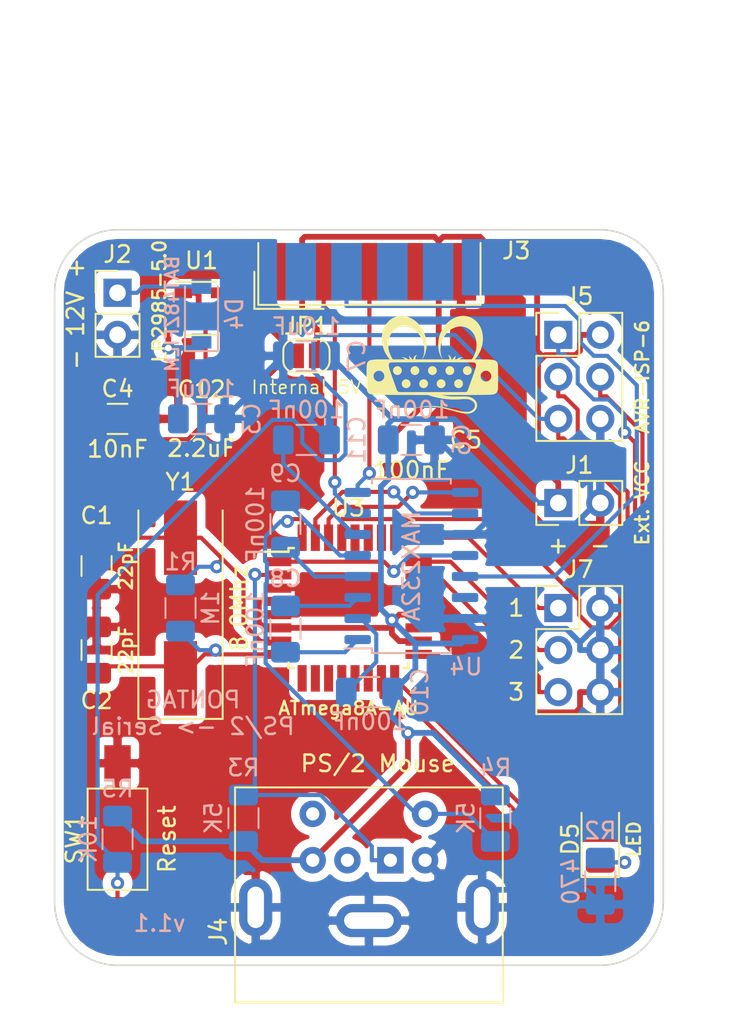
<source format=kicad_pcb>
(kicad_pcb (version 20171130) (host pcbnew 5.1.10-1.fc34)
  (layers (0 F.Cu signal) (31 B.Cu signal) (34 B.Paste user) (35 F.Paste user) (36 B.SilkS user) (37 F.SilkS user) (38 B.Mask user) (39 F.Mask user) (44 Edge.Cuts user))
  (net 0 "")
  (net 1 /XTAL1)
  (net 2 GND)
  (net 3 /XTAL2)
  (net 4 +12V)
  (net 5 "Net-(C4-Pad1)")
  (net 6 VCC)
  (net 7 "Net-(C8-Pad2)")
  (net 8 "Net-(C8-Pad1)")
  (net 9 "Net-(C9-Pad2)")
  (net 10 "Net-(C9-Pad1)")
  (net 11 "Net-(C10-Pad1)")
  (net 12 "Net-(C11-Pad1)")
  (net 13 "Net-(D4-Pad2)")
  (net 14 /SCK)
  (net 15 "Net-(D5-Pad1)")
  (net 16 /RS232-RTS)
  (net 17 /RS232-TX)
  (net 18 /RS232-RX)
  (net 19 /PS2-CLOCK)
  (net 20 /PS2-DATA)
  (net 21 /RESET)
  (net 22 /MOSI)
  (net 23 /MISO)
  (net 24 "Net-(J7-Pad5)")
  (net 25 "Net-(J7-Pad3)")
  (net 26 "Net-(J7-Pad1)")
  (net 27 /TTL-TX)
  (net 28 /TTL-RX)
  (net 29 /TTL-CTS)
  (net 30 /REG_5V)
  (module Connector_PinHeader_2.54mm:PinHeader_2x03_P2.54mm_Vertical (layer F.Cu) (at 93.98 119.38)
    (fp_text reference J7 (at 1.27 -2.33) (layer F.SilkS))
    (fp_text value Extra)
    (pad 6 thru_hole oval (at 2.54 5.08) (size 1.7 1.7) (drill 1) (layers *.Cu *.Mask) (net 2 GND))
    (pad 5 thru_hole oval (at 0 5.08) (size 1.7 1.7) (drill 1) (layers *.Cu *.Mask) (net 24 "Net-(J7-Pad5)"))
    (pad 4 thru_hole oval (at 2.54 2.54) (size 1.7 1.7) (drill 1) (layers *.Cu *.Mask) (net 2 GND))
    (pad 3 thru_hole oval (at 0 2.54) (size 1.7 1.7) (drill 1) (layers *.Cu *.Mask) (net 25 "Net-(J7-Pad3)"))
    (pad 2 thru_hole oval (at 2.54 0) (size 1.7 1.7) (drill 1) (layers *.Cu *.Mask) (net 2 GND))
    (pad 1 thru_hole rect (at 0 0) (size 1.7 1.7) (drill 1) (layers *.Cu *.Mask) (net 26 "Net-(J7-Pad1)"))
  )
  (module extra:logo (layer F.Cu) (at 86.36 104.68)
    (fp_text reference G*** hide)
    (fp_text value LOGO hide)
  )
  (module Connector_PinHeader_2.54mm:PinHeader_2x03_P2.54mm_Vertical (layer F.Cu) (at 93.98 102.87)
    (fp_text reference J5 (at 1.27 -2.33) (layer F.SilkS))
    (fp_text value AVR-ISP-6 (at 5.08 2.54 90) (layer F.SilkS) (effects (font (size 0.8 0.8))))
    (pad 6 thru_hole oval (at 2.54 5.08) (size 1.7 1.7) (drill 1) (layers *.Cu *.Mask) (net 2 GND))
    (pad 5 thru_hole oval (at 0 5.08) (size 1.7 1.7) (drill 1) (layers *.Cu *.Mask) (net 21 /RESET))
    (pad 4 thru_hole oval (at 2.54 2.54) (size 1.7 1.7) (drill 1) (layers *.Cu *.Mask) (net 22 /MOSI))
    (pad 3 thru_hole oval (at 0 2.54) (size 1.7 1.7) (drill 1) (layers *.Cu *.Mask) (net 14 /SCK))
    (pad 2 thru_hole oval (at 2.54 0) (size 1.7 1.7) (drill 1) (layers *.Cu *.Mask) (net 6 VCC))
    (pad 1 thru_hole rect (at 0 0) (size 1.7 1.7) (drill 1) (layers *.Cu *.Mask) (net 23 /MISO))
  )
  (module Crystal:Crystal_SMD_HC49-SD (layer F.Cu) (at 71.12 119.38 90)
    (fp_text reference Y1 (at 7.62 0) (layer F.SilkS))
    (fp_text value 8.0Mhz (at 0 3.55 90) (layer F.SilkS))
    (pad 2 smd rect (at 4.25 0 90) (size 4.5 2) (layers F.Cu F.Paste F.Mask) (net 1 /XTAL1))
    (pad 1 smd rect (at -4.25 0 90) (size 4.5 2) (layers F.Cu F.Paste F.Mask) (net 3 /XTAL2))
  )
  (module Package_SO:SOIC-16_4.55x10.3mm_P1.27mm (layer B.Cu) (at 85.09 116.84)
    (fp_text reference U4 (at 3.302 6.096) (layer B.SilkS) (effects (justify mirror)))
    (fp_text value MAX232A (at 0 0 90) (layer B.SilkS) (effects (justify mirror)))
    (pad 16 smd roundrect (at 3.25 4.445) (size 1.6 0.55) (layers B.Cu B.Paste B.Mask) (net 6 VCC))
    (pad 15 smd roundrect (at 3.25 3.175) (size 1.6 0.55) (layers B.Cu B.Paste B.Mask) (net 2 GND))
    (pad 14 smd roundrect (at 3.25 1.905) (size 1.6 0.55) (layers B.Cu B.Paste B.Mask))
    (pad 13 smd roundrect (at 3.25 0.635) (size 1.6 0.55) (layers B.Cu B.Paste B.Mask) (net 16 /RS232-RTS))
    (pad 12 smd roundrect (at 3.25 -0.635) (size 1.6 0.55) (layers B.Cu B.Paste B.Mask) (net 29 /TTL-CTS))
    (pad 11 smd roundrect (at 3.25 -1.905) (size 1.6 0.55) (layers B.Cu B.Paste B.Mask) (net 2 GND))
    (pad 10 smd roundrect (at 3.25 -3.175) (size 1.6 0.55) (layers B.Cu B.Paste B.Mask) (net 27 /TTL-TX))
    (pad 9 smd roundrect (at 3.25 -4.445) (size 1.6 0.55) (layers B.Cu B.Paste B.Mask) (net 28 /TTL-RX))
    (pad 8 smd roundrect (at -3.25 -4.445) (size 1.6 0.55) (layers B.Cu B.Paste B.Mask) (net 17 /RS232-TX))
    (pad 7 smd roundrect (at -3.25 -3.175) (size 1.6 0.55) (layers B.Cu B.Paste B.Mask) (net 18 /RS232-RX))
    (pad 6 smd roundrect (at -3.25 -1.905) (size 1.6 0.55) (layers B.Cu B.Paste B.Mask) (net 12 "Net-(C11-Pad1)"))
    (pad 5 smd roundrect (at -3.25 -0.635) (size 1.6 0.55) (layers B.Cu B.Paste B.Mask) (net 9 "Net-(C9-Pad2)"))
    (pad 4 smd roundrect (at -3.25 0.635) (size 1.6 0.55) (layers B.Cu B.Paste B.Mask) (net 10 "Net-(C9-Pad1)"))
    (pad 3 smd roundrect (at -3.25 1.905) (size 1.6 0.55) (layers B.Cu B.Paste B.Mask) (net 7 "Net-(C8-Pad2)"))
    (pad 2 smd roundrect (at -3.25 3.175) (size 1.6 0.55) (layers B.Cu B.Paste B.Mask) (net 11 "Net-(C10-Pad1)"))
    (pad 1 smd roundrect (at -3.25 4.445) (size 1.6 0.55) (layers B.Cu B.Paste B.Mask) (net 8 "Net-(C8-Pad1)"))
  )
  (module Package_QFP:TQFP-32_7x7mm_P0.8mm (layer F.Cu) (at 81.28 119.38)
    (fp_text reference U3 (at 0 -6.05) (layer F.SilkS))
    (fp_text value ATmega8A-AU (at 0 6.05) (layer F.SilkS) (effects (font (size 0.8 0.8))))
    (pad 32 smd rect (at -2.8 -4.25 90) (size 1.6 0.55) (layers F.Cu F.Paste F.Mask) (net 19 /PS2-CLOCK))
    (pad 31 smd rect (at -2 -4.25 90) (size 1.6 0.55) (layers F.Cu F.Paste F.Mask) (net 27 /TTL-TX))
    (pad 30 smd rect (at -1.2 -4.25 90) (size 1.6 0.55) (layers F.Cu F.Paste F.Mask) (net 28 /TTL-RX))
    (pad 29 smd rect (at -0.4 -4.25 90) (size 1.6 0.55) (layers F.Cu F.Paste F.Mask) (net 21 /RESET))
    (pad 28 smd rect (at 0.4 -4.25 90) (size 1.6 0.55) (layers F.Cu F.Paste F.Mask))
    (pad 27 smd rect (at 1.2 -4.25 90) (size 1.6 0.55) (layers F.Cu F.Paste F.Mask))
    (pad 26 smd rect (at 2 -4.25 90) (size 1.6 0.55) (layers F.Cu F.Paste F.Mask))
    (pad 25 smd rect (at 2.8 -4.25 90) (size 1.6 0.55) (layers F.Cu F.Paste F.Mask) (net 26 "Net-(J7-Pad1)"))
    (pad 24 smd rect (at 4.25 -2.8) (size 1.6 0.55) (layers F.Cu F.Paste F.Mask) (net 25 "Net-(J7-Pad3)"))
    (pad 23 smd rect (at 4.25 -2) (size 1.6 0.55) (layers F.Cu F.Paste F.Mask) (net 24 "Net-(J7-Pad5)"))
    (pad 22 smd rect (at 4.25 -1.2) (size 1.6 0.55) (layers F.Cu F.Paste F.Mask) (net 2 GND))
    (pad 21 smd rect (at 4.25 -0.4) (size 1.6 0.55) (layers F.Cu F.Paste F.Mask) (net 2 GND))
    (pad 20 smd rect (at 4.25 0.4) (size 1.6 0.55) (layers F.Cu F.Paste F.Mask) (net 6 VCC))
    (pad 19 smd rect (at 4.25 1.2) (size 1.6 0.55) (layers F.Cu F.Paste F.Mask) (net 2 GND))
    (pad 18 smd rect (at 4.25 2) (size 1.6 0.55) (layers F.Cu F.Paste F.Mask) (net 6 VCC))
    (pad 17 smd rect (at 4.25 2.8) (size 1.6 0.55) (layers F.Cu F.Paste F.Mask) (net 14 /SCK))
    (pad 16 smd rect (at 2.8 4.25 90) (size 1.6 0.55) (layers F.Cu F.Paste F.Mask) (net 23 /MISO))
    (pad 15 smd rect (at 2 4.25 90) (size 1.6 0.55) (layers F.Cu F.Paste F.Mask) (net 22 /MOSI))
    (pad 14 smd rect (at 1.2 4.25 90) (size 1.6 0.55) (layers F.Cu F.Paste F.Mask))
    (pad 13 smd rect (at 0.4 4.25 90) (size 1.6 0.55) (layers F.Cu F.Paste F.Mask))
    (pad 12 smd rect (at -0.4 4.25 90) (size 1.6 0.55) (layers F.Cu F.Paste F.Mask))
    (pad 11 smd rect (at -1.2 4.25 90) (size 1.6 0.55) (layers F.Cu F.Paste F.Mask))
    (pad 10 smd rect (at -2 4.25 90) (size 1.6 0.55) (layers F.Cu F.Paste F.Mask))
    (pad 9 smd rect (at -2.8 4.25 90) (size 1.6 0.55) (layers F.Cu F.Paste F.Mask))
    (pad 8 smd rect (at -4.25 2.8) (size 1.6 0.55) (layers F.Cu F.Paste F.Mask) (net 3 /XTAL2))
    (pad 7 smd rect (at -4.25 2) (size 1.6 0.55) (layers F.Cu F.Paste F.Mask) (net 1 /XTAL1))
    (pad 6 smd rect (at -4.25 1.2) (size 1.6 0.55) (layers F.Cu F.Paste F.Mask) (net 6 VCC))
    (pad 5 smd rect (at -4.25 0.4) (size 1.6 0.55) (layers F.Cu F.Paste F.Mask) (net 2 GND))
    (pad 4 smd rect (at -4.25 -0.4) (size 1.6 0.55) (layers F.Cu F.Paste F.Mask) (net 6 VCC))
    (pad 3 smd rect (at -4.25 -1.2) (size 1.6 0.55) (layers F.Cu F.Paste F.Mask) (net 2 GND))
    (pad 2 smd rect (at -4.25 -2) (size 1.6 0.55) (layers F.Cu F.Paste F.Mask) (net 20 /PS2-DATA))
    (pad 1 smd rect (at -4.25 -2.8) (size 1.6 0.55) (layers F.Cu F.Paste F.Mask) (net 29 /TTL-CTS))
  )
  (module Package_TO_SOT_SMD:SOT-23-5 (layer F.Cu) (at 72.39 101.28)
    (fp_text reference U1 (at 0 -2.9) (layer F.SilkS))
    (fp_text value LP2985-5.0 (at -2.54 -0.442 90) (layer F.SilkS) (effects (font (size 0.8 0.8))))
    (pad 5 smd rect (at 1.1 -0.95) (size 1.06 0.65) (layers F.Cu F.Paste F.Mask) (net 30 /REG_5V))
    (pad 4 smd rect (at 1.1 0.95) (size 1.06 0.65) (layers F.Cu F.Paste F.Mask) (net 5 "Net-(C4-Pad1)"))
    (pad 3 smd rect (at -1.1 0.95) (size 1.06 0.65) (layers F.Cu F.Paste F.Mask) (net 4 +12V))
    (pad 2 smd rect (at -1.1 0) (size 1.06 0.65) (layers F.Cu F.Paste F.Mask) (net 2 GND))
    (pad 1 smd rect (at -1.1 -0.95) (size 1.06 0.65) (layers F.Cu F.Paste F.Mask) (net 4 +12V))
  )
  (module Button_Switch_SMD:SW_SPST_FSMSM (layer F.Cu) (at 67.31 133.35 90)
    (fp_text reference SW1 (at 0 -2.6 90) (layer F.SilkS))
    (fp_text value Reset (at 0 3 90) (layer F.SilkS))
    (pad 2 smd rect (at 4.59 0 90) (size 2.18 1.6) (layers F.Cu F.Paste F.Mask) (net 2 GND))
    (pad 1 smd rect (at -4.59 0 90) (size 2.18 1.6) (layers F.Cu F.Paste F.Mask) (net 21 /RESET))
  )
  (module Resistor_SMD:R_1206_3216Metric (layer B.Cu) (at 67.31 133.35 270)
    (fp_text reference R5 (at -3.048 0) (layer B.SilkS) (effects (justify mirror)))
    (fp_text value 10K (at 0 1.778 270) (layer B.SilkS) (effects (justify mirror)))
    (pad 2 smd roundrect (at 1.4 0 270) (size 1.25 1.75) (layers B.Cu B.Paste B.Mask) (roundrect_rratio 0.2) (net 21 /RESET))
    (pad 1 smd roundrect (at -1.4 0 270) (size 1.25 1.75) (layers B.Cu B.Paste B.Mask) (roundrect_rratio 0.2) (net 6 VCC))
  )
  (module Resistor_SMD:R_1206_3216Metric (layer B.Cu) (at 90.17 132.08 270)
    (fp_text reference R4 (at -3.048 0 180) (layer B.SilkS) (effects (justify mirror)))
    (fp_text value 5K (at 0 1.778 90) (layer B.SilkS) (effects (justify mirror)))
    (pad 2 smd roundrect (at 1.4 0 270) (size 1.25 1.75) (layers B.Cu B.Paste B.Mask) (roundrect_rratio 0.2) (net 19 /PS2-CLOCK))
    (pad 1 smd roundrect (at -1.4 0 270) (size 1.25 1.75) (layers B.Cu B.Paste B.Mask) (roundrect_rratio 0.2) (net 6 VCC))
  )
  (module Resistor_SMD:R_1206_3216Metric (layer B.Cu) (at 74.93 132.08 90)
    (fp_text reference R3 (at 3.048 0 180) (layer B.SilkS) (effects (justify mirror)))
    (fp_text value 5K (at 0 -1.82 90) (layer B.SilkS) (effects (justify mirror)))
    (pad 2 smd roundrect (at 1.4 0 90) (size 1.25 1.75) (layers B.Cu B.Paste B.Mask) (roundrect_rratio 0.2) (net 20 /PS2-DATA))
    (pad 1 smd roundrect (at -1.4 0 90) (size 1.25 1.75) (layers B.Cu B.Paste B.Mask) (roundrect_rratio 0.2) (net 6 VCC))
  )
  (module Resistor_SMD:R_1206_3216Metric (layer B.Cu) (at 96.52 135.89 270)
    (fp_text reference R2 (at -3.048 0 180) (layer B.SilkS) (effects (justify mirror)))
    (fp_text value 470 (at 0 1.778 90) (layer B.SilkS) (effects (justify mirror)))
    (pad 2 smd roundrect (at 1.4 0 270) (size 1.25 1.75) (layers B.Cu B.Paste B.Mask) (roundrect_rratio 0.2) (net 2 GND))
    (pad 1 smd roundrect (at -1.4 0 270) (size 1.25 1.75) (layers B.Cu B.Paste B.Mask) (roundrect_rratio 0.2) (net 15 "Net-(D5-Pad1)"))
  )
  (module Resistor_SMD:R_1206_3216Metric (layer B.Cu) (at 71.12 119.38 270)
    (fp_text reference R1 (at -2.794 0 180) (layer B.SilkS) (effects (justify mirror)))
    (fp_text value 1M (at 0 -1.82 270) (layer B.SilkS) (effects (justify mirror)))
    (pad 2 smd roundrect (at 1.4 0 270) (size 1.25 1.75) (layers B.Cu B.Paste B.Mask) (roundrect_rratio 0.2) (net 3 /XTAL2))
    (pad 1 smd roundrect (at -1.4 0 270) (size 1.25 1.75) (layers B.Cu B.Paste B.Mask) (roundrect_rratio 0.2) (net 1 /XTAL1))
  )
  (module Jumper:SolderJumper-2_P1.3mm_Open_RoundedPad1.0x1.5mm (layer F.Cu) (at 78.74 104.14)
    (fp_text reference JP1 (at 0 -1.8) (layer F.SilkS))
    (fp_text value "Internal 5V" (at 0 1.9) (layer F.SilkS) (effects (font (size 0.8 0.8) (thickness 0.1))))
    (pad 2 smd custom (at 0.65 0) (size 1 0.5) (layers F.Cu F.Mask) (net 6 VCC) (options (clearance outline) (anchor rect)) (primitives (gr_circle (center 0 0.25) (end 0.5 0.25) (width 0)) (gr_circle (center 0 -0.25) (end 0.5 -0.25) (width 0)) (gr_poly (pts (xy 0 -0.75) (xy -0.5 -0.75) (xy -0.5 0.75) (xy 0 0.75)) (width 0))))
    (pad 1 smd custom (at -0.65 0) (size 1 0.5) (layers F.Cu F.Mask) (net 30 /REG_5V) (options (clearance outline) (anchor rect)) (primitives (gr_circle (center 0 0.25) (end 0.5 0.25) (width 0)) (gr_circle (center 0 -0.25) (end 0.5 -0.25) (width 0)) (gr_poly (pts (xy 0 -0.75) (xy 0.5 -0.75) (xy 0.5 0.75) (xy 0 0.75)) (width 0))))
  )
  (module 4x1md_footprints:Connector_Mini-DIN_Female_6Pin_2rows (layer F.Cu) (at 83.82 134.62)
    (fp_text reference J4 (at -10.414 4.318 90) (layer F.SilkS))
    (fp_text value "PS/2 Mouse" (at -0.762 -5.842) (layer F.SilkS))
    (pad 7 thru_hole oval (at -1.3 3.65) (size 4 2) (drill oval 3 1) (layers *.Cu *.Mask) (net 2 GND))
    (pad 6 thru_hole circle (at -4.7 -2.8) (size 1.6 1.6) (drill 0.8) (layers *.Cu *.Mask))
    (pad 5 thru_hole circle (at 2.1 -2.8) (size 1.6 1.6) (drill 0.8) (layers *.Cu *.Mask) (net 19 /PS2-CLOCK))
    (pad 4 thru_hole circle (at -4.7 0) (size 1.6 1.6) (drill 0.8) (layers *.Cu *.Mask) (net 6 VCC))
    (pad 3 thru_hole circle (at 2.1 0) (size 1.6 1.6) (drill 0.8) (layers *.Cu *.Mask) (net 2 GND))
    (pad 2 thru_hole circle (at -2.6 0) (size 1.6 1.6) (drill 0.8) (layers *.Cu *.Mask))
    (pad 1 thru_hole rect (at 0 0) (size 1.6 1.6) (drill 0.8) (layers *.Cu *.Mask) (net 20 /PS2-DATA))
    (pad 7 thru_hole oval (at 5.55 2.85) (size 2 3.5) (drill oval 1 2.5) (layers *.Cu *.Mask) (net 2 GND))
    (pad 7 thru_hole oval (at -8.15 2.85) (size 2 3.5) (drill oval 1 2.5) (layers *.Cu *.Mask) (net 2 GND))
  )
  (module Connector_Dsub:DSUB-9_Female_EdgeMount_P2.77mm (layer F.Cu) (at 82.55 99.06 180)
    (fp_text reference J3 (at -8.89 1.27) (layer F.SilkS))
    (fp_text value "RS232 Port")
    (pad 9 smd rect (at -4.155 0 180) (size 1.846667 3.48) (layers B.Cu B.Paste B.Mask))
    (pad 8 smd rect (at -1.385 0 180) (size 1.846667 3.48) (layers B.Cu B.Paste B.Mask))
    (pad 7 smd rect (at 1.385 0 180) (size 1.846667 3.48) (layers B.Cu B.Paste B.Mask) (net 16 /RS232-RTS))
    (pad 6 smd rect (at 4.155 0 180) (size 1.846667 3.48) (layers B.Cu B.Paste B.Mask))
    (pad 5 smd rect (at -5.54 0 180) (size 1.846667 3.48) (layers F.Cu F.Paste F.Mask) (net 2 GND))
    (pad 4 smd rect (at -2.77 0 180) (size 1.846667 3.48) (layers F.Cu F.Paste F.Mask))
    (pad 3 smd rect (at 0 0 180) (size 1.846667 3.48) (layers F.Cu F.Paste F.Mask) (net 17 /RS232-TX))
    (pad 2 smd rect (at 2.77 0 180) (size 1.846667 3.48) (layers F.Cu F.Paste F.Mask) (net 18 /RS232-RX))
    (pad 1 smd rect (at 5.54 0 180) (size 1.846667 3.48) (layers F.Cu F.Paste F.Mask))
  )
  (module Connector_PinHeader_2.54mm:PinHeader_1x02_P2.54mm_Vertical (layer F.Cu) (at 67.31 100.33)
    (fp_text reference J2 (at 0 -2.33) (layer F.SilkS))
    (fp_text value "External 12V")
    (pad 2 thru_hole oval (at 0 2.54) (size 1.7 1.7) (drill 1) (layers *.Cu *.Mask) (net 2 GND))
    (pad 1 thru_hole rect (at 0 0) (size 1.7 1.7) (drill 1) (layers *.Cu *.Mask) (net 13 "Net-(D4-Pad2)"))
  )
  (module Connector_PinHeader_2.54mm:PinHeader_1x02_P2.54mm_Vertical (layer F.Cu) (at 93.98 113.03 90)
    (fp_text reference J1 (at 2.286 1.27) (layer F.SilkS))
    (fp_text value "Ext. VCC" (at 0 5.08 90) (layer F.SilkS) (effects (font (size 0.8 0.8))))
    (pad 2 thru_hole oval (at 0 2.54 90) (size 1.7 1.7) (drill 1) (layers *.Cu *.Mask) (net 2 GND))
    (pad 1 thru_hole rect (at 0 0 90) (size 1.7 1.7) (drill 1) (layers *.Cu *.Mask) (net 6 VCC))
  )
  (module LED_SMD:LED_1206_3216Metric (layer F.Cu) (at 96.52 133.35 90)
    (fp_text reference D5 (at 0 -1.82 90) (layer F.SilkS))
    (fp_text value LED (at 0 2.032 90) (layer F.SilkS) (effects (font (size 0.8 0.8))))
    (pad 2 smd roundrect (at 1.4 0 90) (size 1.25 1.75) (layers F.Cu F.Paste F.Mask) (roundrect_rratio 0.2) (net 14 /SCK))
    (pad 1 smd roundrect (at -1.4 0 90) (size 1.25 1.75) (layers F.Cu F.Paste F.Mask) (roundrect_rratio 0.2) (net 15 "Net-(D5-Pad1)"))
  )
  (module Diode_SMD:D_SOD-123 (layer B.Cu) (at 72.39 101.6 90)
    (fp_text reference D4 (at 0 2 270) (layer B.SilkS) (effects (justify mirror)))
    (fp_text value BAT48ZFILM (at 0 -1.778 270) (layer B.SilkS) (effects (font (size 0.8 0.8)) (justify mirror)))
    (pad 2 smd rect (at 1.65 0 90) (size 0.9 1.2) (layers B.Cu B.Paste B.Mask) (net 13 "Net-(D4-Pad2)"))
    (pad 1 smd rect (at -1.65 0 90) (size 0.9 1.2) (layers B.Cu B.Paste B.Mask) (net 4 +12V))
  )
  (module Capacitor_SMD:C_1206_3216Metric (layer F.Cu) (at 72.39 107.95 180)
    (fp_text reference C12 (at 0 1.778) (layer F.SilkS))
    (fp_text value 2.2uF (at 0 -1.778) (layer F.SilkS))
    (pad 2 smd roundrect (at 1.4 0 180) (size 1.25 1.75) (layers F.Cu F.Paste F.Mask) (roundrect_rratio 0.2) (net 2 GND))
    (pad 1 smd roundrect (at -1.4 0 180) (size 1.25 1.75) (layers F.Cu F.Paste F.Mask) (roundrect_rratio 0.2) (net 30 /REG_5V))
  )
  (module Capacitor_SMD:C_1206_3216Metric (layer B.Cu) (at 78.74 109.22)
    (fp_text reference C11 (at 3.048 0 90) (layer B.SilkS) (effects (justify mirror)))
    (fp_text value 100nF (at 0 -1.82) (layer B.SilkS) (effects (justify mirror)))
    (pad 2 smd roundrect (at 1.4 0) (size 1.25 1.75) (layers B.Cu B.Paste B.Mask) (roundrect_rratio 0.2) (net 2 GND))
    (pad 1 smd roundrect (at -1.4 0) (size 1.25 1.75) (layers B.Cu B.Paste B.Mask) (roundrect_rratio 0.2) (net 12 "Net-(C11-Pad1)"))
  )
  (module Capacitor_SMD:C_1206_3216Metric (layer B.Cu) (at 82.55 124.46)
    (fp_text reference C10 (at 3.048 0 90) (layer B.SilkS) (effects (justify mirror)))
    (fp_text value 100nF (at 0 1.778) (layer B.SilkS) (effects (justify mirror)))
    (pad 2 smd roundrect (at 1.4 0) (size 1.25 1.75) (layers B.Cu B.Paste B.Mask) (roundrect_rratio 0.2) (net 6 VCC))
    (pad 1 smd roundrect (at -1.4 0) (size 1.25 1.75) (layers B.Cu B.Paste B.Mask) (roundrect_rratio 0.2) (net 11 "Net-(C10-Pad1)"))
  )
  (module Capacitor_SMD:C_1206_3216Metric (layer B.Cu) (at 77.47 114.3 90)
    (fp_text reference C9 (at 3.048 0 180) (layer B.SilkS) (effects (justify mirror)))
    (fp_text value 100nF (at 0 -1.82 90) (layer B.SilkS) (effects (justify mirror)))
    (pad 2 smd roundrect (at 1.4 0 90) (size 1.25 1.75) (layers B.Cu B.Paste B.Mask) (roundrect_rratio 0.2) (net 9 "Net-(C9-Pad2)"))
    (pad 1 smd roundrect (at -1.4 0 90) (size 1.25 1.75) (layers B.Cu B.Paste B.Mask) (roundrect_rratio 0.2) (net 10 "Net-(C9-Pad1)"))
  )
  (module Capacitor_SMD:C_1206_3216Metric (layer B.Cu) (at 77.47 120.65 90)
    (fp_text reference C8 (at 3.048 0 180) (layer B.SilkS) (effects (justify mirror)))
    (fp_text value 100nF (at 0 -1.82 90) (layer B.SilkS) (effects (justify mirror)))
    (pad 2 smd roundrect (at 1.4 0 90) (size 1.25 1.75) (layers B.Cu B.Paste B.Mask) (roundrect_rratio 0.2) (net 7 "Net-(C8-Pad2)"))
    (pad 1 smd roundrect (at -1.4 0 90) (size 1.25 1.75) (layers B.Cu B.Paste B.Mask) (roundrect_rratio 0.2) (net 8 "Net-(C8-Pad1)"))
  )
  (module Capacitor_SMD:C_1206_3216Metric (layer B.Cu) (at 78.74 104.14 180)
    (fp_text reference C7 (at -3.048 0 90) (layer B.SilkS) (effects (justify mirror)))
    (fp_text value 1.0uF (at 0 1.778) (layer B.SilkS) (effects (justify mirror)))
    (pad 2 smd roundrect (at 1.4 0 180) (size 1.25 1.75) (layers B.Cu B.Paste B.Mask) (roundrect_rratio 0.2) (net 2 GND))
    (pad 1 smd roundrect (at -1.4 0 180) (size 1.25 1.75) (layers B.Cu B.Paste B.Mask) (roundrect_rratio 0.2) (net 6 VCC))
  )
  (module Capacitor_SMD:C_1206_3216Metric (layer B.Cu) (at 85.09 109.22)
    (fp_text reference C6 (at 3.048 0 90) (layer B.SilkS) (effects (justify mirror)))
    (fp_text value 100nF (at 0 -1.82) (layer B.SilkS) (effects (justify mirror)))
    (pad 2 smd roundrect (at 1.4 0) (size 1.25 1.75) (layers B.Cu B.Paste B.Mask) (roundrect_rratio 0.2) (net 2 GND))
    (pad 1 smd roundrect (at -1.4 0) (size 1.25 1.75) (layers B.Cu B.Paste B.Mask) (roundrect_rratio 0.2) (net 6 VCC))
  )
  (module Capacitor_SMD:C_1206_3216Metric (layer F.Cu) (at 85.09 109.22)
    (fp_text reference C5 (at 3.302 0) (layer F.SilkS))
    (fp_text value 100nF (at 0 1.82) (layer F.SilkS))
    (pad 2 smd roundrect (at 1.4 0) (size 1.25 1.75) (layers F.Cu F.Paste F.Mask) (roundrect_rratio 0.2) (net 2 GND))
    (pad 1 smd roundrect (at -1.4 0) (size 1.25 1.75) (layers F.Cu F.Paste F.Mask) (roundrect_rratio 0.2) (net 6 VCC))
  )
  (module Capacitor_SMD:C_1206_3216Metric (layer F.Cu) (at 67.31 107.95)
    (fp_text reference C4 (at 0 -1.82) (layer F.SilkS))
    (fp_text value 10nF (at 0 1.82) (layer F.SilkS))
    (pad 2 smd roundrect (at 1.4 0) (size 1.25 1.75) (layers F.Cu F.Paste F.Mask) (roundrect_rratio 0.2) (net 2 GND))
    (pad 1 smd roundrect (at -1.4 0) (size 1.25 1.75) (layers F.Cu F.Paste F.Mask) (roundrect_rratio 0.2) (net 5 "Net-(C4-Pad1)"))
  )
  (module Capacitor_SMD:C_1206_3216Metric (layer B.Cu) (at 72.39 107.95)
    (fp_text reference C3 (at 3.048 0 90) (layer B.SilkS) (effects (justify mirror)))
    (fp_text value 1.0uF (at 0 -1.82) (layer B.SilkS) (effects (justify mirror)))
    (pad 2 smd roundrect (at 1.4 0) (size 1.25 1.75) (layers B.Cu B.Paste B.Mask) (roundrect_rratio 0.2) (net 2 GND))
    (pad 1 smd roundrect (at -1.4 0) (size 1.25 1.75) (layers B.Cu B.Paste B.Mask) (roundrect_rratio 0.2) (net 4 +12V))
  )
  (module Capacitor_SMD:C_1206_3216Metric (layer F.Cu) (at 66.04 121.92 270)
    (fp_text reference C2 (at 3.048 0 180) (layer F.SilkS))
    (fp_text value 22pF (at 0 -1.778 90) (layer F.SilkS) (effects (font (size 0.8 0.8))))
    (pad 2 smd roundrect (at 1.4 0 270) (size 1.25 1.75) (layers F.Cu F.Paste F.Mask) (roundrect_rratio 0.2) (net 3 /XTAL2))
    (pad 1 smd roundrect (at -1.4 0 270) (size 1.25 1.75) (layers F.Cu F.Paste F.Mask) (roundrect_rratio 0.2) (net 2 GND))
  )
  (module Capacitor_SMD:C_1206_3216Metric (layer F.Cu) (at 66.04 116.84 90)
    (fp_text reference C1 (at 3.048 0) (layer F.SilkS))
    (fp_text value 22pF (at 0 1.778 90) (layer F.SilkS) (effects (font (size 0.8 0.8))))
    (pad 2 smd roundrect (at 1.4 0 90) (size 1.25 1.75) (layers F.Cu F.Paste F.Mask) (roundrect_rratio 0.2) (net 1 /XTAL1))
    (pad 1 smd roundrect (at -1.4 0 90) (size 1.25 1.75) (layers F.Cu F.Paste F.Mask) (roundrect_rratio 0.2) (net 2 GND))
  )
  (gr_text v1.1 (at 69.85 138.43) (layer B.SilkS) (effects (font (size 1 1)) (justify mirror)))
  (gr_text "PONTAG\nPS/2 -> Serial" (at 71.882 125.73) (layer B.SilkS) (effects (font (size 1 1)) (justify mirror)))
  (gr_text - (at 96.52 115.57) (layer F.SilkS) (effects (font (size 1 1))))
  (gr_text + (at 93.98 115.57) (layer F.SilkS) (effects (font (size 1 1))))
  (gr_text 3 (at 91.44 124.46) (layer F.SilkS) (effects (font (size 1 1))))
  (gr_text 2 (at 91.44 121.92) (layer F.SilkS) (effects (font (size 1 1))))
  (gr_text 1 (at 91.44 119.38) (layer F.SilkS) (effects (font (size 1 1))))
  (gr_text "- 12V +" (at 64.77 101.6 90) (layer F.SilkS) (effects (font (size 1 1))))
  (gr_arc (start 67.31 137.16) (end 63.5 137.16) (angle -90) (layer Edge.Cuts) (width 0.1))
  (gr_arc (start 96.52 137.16) (end 96.52 140.97) (angle -90) (layer Edge.Cuts) (width 0.1))
  (gr_arc (start 96.52 100.33) (end 100.33 100.33) (angle -90) (layer Edge.Cuts) (width 0.1))
  (gr_arc (start 67.31 100.33) (end 67.31 96.52) (angle -90) (layer Edge.Cuts) (width 0.1))
  (gr_line (start 63.5 137.16) (end 63.5 100.33) (layer Edge.Cuts) (width 0.1))
  (gr_line (start 96.52 140.97) (end 67.31 140.97) (layer Edge.Cuts) (width 0.1))
  (gr_line (start 100.33 100.33) (end 100.33 137.16) (layer Edge.Cuts) (width 0.1))
  (gr_line (start 67.31 96.52) (end 96.52 96.52) (layer Edge.Cuts) (width 0.1))
  (segment (start 71.12 115.13) (end 66.35 115.13) (width 0.25) (layer F.Cu) (net 1))
  (segment (start 66.35 115.13) (end 66.04 115.44) (width 0.25) (layer F.Cu) (net 1))
  (segment (start 71.12 115.13) (end 72.37 115.13) (width 0.25) (layer F.Cu) (net 1))
  (segment (start 72.37 115.13) (end 73.65 116.41) (width 0.25) (layer F.Cu) (net 1))
  (segment (start 73.3145 116.8841) (end 72.2159 116.8841) (width 0.25) (layer B.Cu) (net 1))
  (segment (start 72.2159 116.8841) (end 71.12 117.98) (width 0.25) (layer B.Cu) (net 1))
  (segment (start 73.65 116.41) (end 73.3145 116.7455) (width 0.25) (layer F.Cu) (net 1))
  (segment (start 73.3145 116.7455) (end 73.3145 116.8841) (width 0.25) (layer F.Cu) (net 1))
  (segment (start 73.65 116.41) (end 74.93 117.69) (width 0.25) (layer F.Cu) (net 1))
  (segment (start 74.93 117.69) (end 74.93 120.33) (width 0.25) (layer F.Cu) (net 1))
  (segment (start 74.93 120.33) (end 75.98 121.38) (width 0.25) (layer F.Cu) (net 1))
  (segment (start 75.98 121.38) (end 77.03 121.38) (width 0.25) (layer F.Cu) (net 1))
  (via (at 73.3145 116.8841) (size 0.8) (layers F.Cu B.Cu) (net 1))
  (segment (start 96.52 114.2847) (end 96.52 119.38) (width 0.35) (layer F.Cu) (net 2))
  (segment (start 96.52 113.03) (end 96.52 114.2847) (width 0.35) (layer F.Cu) (net 2))
  (segment (start 96.52 114.2847) (end 92.998 114.2847) (width 0.35) (layer F.Cu) (net 2))
  (segment (start 92.998 114.2847) (end 88.09 109.3767) (width 0.35) (layer F.Cu) (net 2))
  (segment (start 88.09 109.3767) (end 88.09 109.22) (width 0.35) (layer F.Cu) (net 2))
  (segment (start 88.09 109.22) (end 88.09 99.06) (width 0.35) (layer F.Cu) (net 2))
  (segment (start 86.49 109.22) (end 88.09 109.22) (width 0.35) (layer F.Cu) (net 2))
  (segment (start 89.5254 114.2673) (end 88.8577 114.935) (width 0.35) (layer B.Cu) (net 2))
  (segment (start 88.8577 114.935) (end 88.34 114.935) (width 0.35) (layer B.Cu) (net 2))
  (segment (start 86.49 109.22) (end 86.6903 109.22) (width 0.35) (layer B.Cu) (net 2))
  (segment (start 86.6903 109.22) (end 89.5254 112.0551) (width 0.35) (layer B.Cu) (net 2))
  (segment (start 89.5254 112.0551) (end 89.5254 114.2673) (width 0.35) (layer B.Cu) (net 2))
  (segment (start 95.9074 113.03) (end 95.9074 113.4088) (width 0.35) (layer B.Cu) (net 2))
  (segment (start 95.9074 113.4088) (end 95.0489 114.2673) (width 0.35) (layer B.Cu) (net 2))
  (segment (start 95.0489 114.2673) (end 89.5254 114.2673) (width 0.35) (layer B.Cu) (net 2))
  (segment (start 96.52 109.1753) (end 95.9074 109.7879) (width 0.35) (layer B.Cu) (net 2))
  (segment (start 95.9074 109.7879) (end 95.9074 113.03) (width 0.35) (layer B.Cu) (net 2))
  (segment (start 85.53 118.18) (end 84.3547 118.18) (width 0.35) (layer F.Cu) (net 2))
  (segment (start 78.2053 118.18) (end 84.3547 118.18) (width 0.35) (layer F.Cu) (net 2))
  (segment (start 95.2947 121.4605) (end 94.4683 120.6341) (width 0.35) (layer B.Cu) (net 2))
  (segment (start 94.4683 120.6341) (end 88.9591 120.6341) (width 0.35) (layer B.Cu) (net 2))
  (segment (start 88.9591 120.6341) (end 88.34 120.015) (width 0.35) (layer B.Cu) (net 2))
  (segment (start 95.2947 121.92) (end 95.2947 121.4605) (width 0.35) (layer B.Cu) (net 2))
  (segment (start 96.52 120.6053) (end 96.1499 120.6053) (width 0.35) (layer B.Cu) (net 2))
  (segment (start 96.1499 120.6053) (end 95.2947 121.4605) (width 0.35) (layer B.Cu) (net 2))
  (segment (start 96.52 119.38) (end 96.52 120.6053) (width 0.35) (layer B.Cu) (net 2))
  (segment (start 77.03 119.78) (end 78.2053 119.78) (width 0.35) (layer F.Cu) (net 2))
  (segment (start 78.2053 118.18) (end 78.2053 119.78) (width 0.35) (layer F.Cu) (net 2))
  (segment (start 76.33 105.41) (end 76.33 105.3089) (width 0.35) (layer B.Cu) (net 2))
  (segment (start 76.33 105.3089) (end 76.2506 105.2294) (width 0.35) (layer B.Cu) (net 2))
  (segment (start 73.79 107.95) (end 76.33 105.41) (width 0.35) (layer B.Cu) (net 2))
  (segment (start 80.14 109.22) (end 76.33 105.41) (width 0.35) (layer B.Cu) (net 2))
  (segment (start 67.31 102.87) (end 68.5353 102.87) (width 0.35) (layer B.Cu) (net 2))
  (segment (start 76.2506 105.2294) (end 77.34 104.14) (width 0.35) (layer B.Cu) (net 2))
  (segment (start 68.5353 102.87) (end 68.9807 102.4246) (width 0.35) (layer B.Cu) (net 2))
  (segment (start 68.9807 102.4246) (end 73.4457 102.4246) (width 0.35) (layer B.Cu) (net 2))
  (segment (start 73.4457 102.4246) (end 76.2506 105.2294) (width 0.35) (layer B.Cu) (net 2))
  (segment (start 66.3662 105.6061) (end 68.71 107.95) (width 0.35) (layer F.Cu) (net 2))
  (segment (start 67.31 104.0953) (end 66.3661 105.0392) (width 0.35) (layer F.Cu) (net 2))
  (segment (start 66.3661 105.0392) (end 66.3661 105.6061) (width 0.35) (layer F.Cu) (net 2))
  (segment (start 66.3661 105.6061) (end 66.3662 105.6061) (width 0.35) (layer F.Cu) (net 2))
  (segment (start 66.04 118.24) (end 64.7512 116.9512) (width 0.35) (layer F.Cu) (net 2))
  (segment (start 64.7512 116.9512) (end 64.7512 107.2211) (width 0.35) (layer F.Cu) (net 2))
  (segment (start 64.7512 107.2211) (end 66.3662 105.6061) (width 0.35) (layer F.Cu) (net 2))
  (segment (start 67.31 102.87) (end 67.31 104.0953) (width 0.35) (layer F.Cu) (net 2))
  (segment (start 66.04 120.52) (end 66.04 118.24) (width 0.35) (layer F.Cu) (net 2))
  (segment (start 96.52 124.46) (end 96.52 125.6853) (width 0.35) (layer B.Cu) (net 2))
  (segment (start 95.2613 136.4073) (end 95.6373 136.4073) (width 0.35) (layer B.Cu) (net 2))
  (segment (start 95.6373 136.4073) (end 96.52 137.29) (width 0.35) (layer B.Cu) (net 2))
  (segment (start 89.37 136.4073) (end 95.2613 136.4073) (width 0.35) (layer B.Cu) (net 2))
  (segment (start 95.2613 136.4073) (end 95.2613 126.944) (width 0.35) (layer B.Cu) (net 2))
  (segment (start 95.2613 126.944) (end 96.52 125.6853) (width 0.35) (layer B.Cu) (net 2))
  (segment (start 96.52 121.92) (end 95.2947 121.92) (width 0.35) (layer B.Cu) (net 2))
  (segment (start 96.52 107.95) (end 96.52 109.1753) (width 0.35) (layer B.Cu) (net 2))
  (segment (start 96.52 113.03) (end 95.9074 113.03) (width 0.35) (layer B.Cu) (net 2))
  (segment (start 86.7053 120.58) (end 91.8107 125.6854) (width 0.35) (layer F.Cu) (net 2))
  (segment (start 91.8107 125.6854) (end 95.0255 125.6854) (width 0.35) (layer F.Cu) (net 2))
  (segment (start 95.0255 125.6854) (end 95.2947 125.4162) (width 0.35) (layer F.Cu) (net 2))
  (segment (start 95.2947 125.4162) (end 95.2947 124.46) (width 0.35) (layer F.Cu) (net 2))
  (segment (start 86.7053 120.58) (end 86.7053 118.98) (width 0.35) (layer F.Cu) (net 2))
  (segment (start 96.52 124.46) (end 95.2947 124.46) (width 0.35) (layer F.Cu) (net 2))
  (segment (start 86.5677 118.18) (end 86.7053 118.3176) (width 0.35) (layer F.Cu) (net 2))
  (segment (start 86.7053 118.3176) (end 86.7053 118.98) (width 0.35) (layer F.Cu) (net 2))
  (segment (start 85.5478 118.18) (end 86.5677 118.18) (width 0.35) (layer F.Cu) (net 2))
  (segment (start 85.5478 118.18) (end 85.53 118.18) (width 0.35) (layer F.Cu) (net 2))
  (segment (start 68.71 107.95) (end 70.99 107.95) (width 0.35) (layer F.Cu) (net 2))
  (segment (start 77.03 118.18) (end 78.2053 118.18) (width 0.35) (layer F.Cu) (net 2))
  (segment (start 86.6447 135.3447) (end 85.92 134.62) (width 0.35) (layer B.Cu) (net 2))
  (segment (start 67.31 128.76) (end 68.4853 128.76) (width 0.35) (layer F.Cu) (net 2))
  (segment (start 75.67 137.47) (end 75.67 135.3447) (width 0.35) (layer F.Cu) (net 2))
  (segment (start 75.67 135.3447) (end 75.07 135.3447) (width 0.35) (layer F.Cu) (net 2))
  (segment (start 75.07 135.3447) (end 68.4853 128.76) (width 0.35) (layer F.Cu) (net 2))
  (segment (start 96.52 121.92) (end 96.52 124.46) (width 0.35) (layer F.Cu) (net 2))
  (segment (start 89.37 135.3447) (end 86.6447 135.3447) (width 0.35) (layer B.Cu) (net 2))
  (segment (start 86.6447 135.3447) (end 86.6447 136.5206) (width 0.35) (layer B.Cu) (net 2))
  (segment (start 86.6447 136.5206) (end 84.8953 138.27) (width 0.35) (layer B.Cu) (net 2))
  (segment (start 85.53 118.98) (end 86.7053 118.98) (width 0.35) (layer F.Cu) (net 2))
  (segment (start 85.53 120.58) (end 86.7053 120.58) (width 0.35) (layer F.Cu) (net 2))
  (segment (start 67.31 102.87) (end 68.5353 102.87) (width 0.35) (layer F.Cu) (net 2))
  (segment (start 68.5353 102.87) (end 70.1253 101.28) (width 0.35) (layer F.Cu) (net 2))
  (segment (start 70.1253 101.28) (end 71.29 101.28) (width 0.35) (layer F.Cu) (net 2))
  (segment (start 67.31 128.76) (end 66.1347 128.76) (width 0.35) (layer F.Cu) (net 2))
  (segment (start 66.04 120.52) (end 64.7354 121.8246) (width 0.35) (layer F.Cu) (net 2))
  (segment (start 64.7354 121.8246) (end 64.7354 127.3607) (width 0.35) (layer F.Cu) (net 2))
  (segment (start 64.7354 127.3607) (end 66.1347 128.76) (width 0.35) (layer F.Cu) (net 2))
  (segment (start 89.37 136.4073) (end 89.37 135.3447) (width 0.35) (layer B.Cu) (net 2))
  (segment (start 89.37 137.47) (end 89.37 136.4073) (width 0.35) (layer B.Cu) (net 2))
  (segment (start 82.52 138.27) (end 84.8953 138.27) (width 0.35) (layer B.Cu) (net 2))
  (segment (start 82.52 138.27) (end 80.1447 138.27) (width 0.35) (layer B.Cu) (net 2))
  (segment (start 75.67 137.47) (end 75.67 139.5953) (width 0.35) (layer B.Cu) (net 2))
  (segment (start 75.67 139.5953) (end 78.8194 139.5953) (width 0.35) (layer B.Cu) (net 2))
  (segment (start 78.8194 139.5953) (end 80.1447 138.27) (width 0.35) (layer B.Cu) (net 2))
  (segment (start 73.2382 121.9227) (end 72.2627 121.9227) (width 0.25) (layer B.Cu) (net 3))
  (segment (start 72.2627 121.9227) (end 71.12 120.78) (width 0.25) (layer B.Cu) (net 3))
  (segment (start 73.4955 122.18) (end 73.2382 121.9227) (width 0.25) (layer F.Cu) (net 3))
  (segment (start 77.03 122.18) (end 73.4955 122.18) (width 0.25) (layer F.Cu) (net 3))
  (segment (start 73.4955 122.18) (end 72.57 122.18) (width 0.25) (layer F.Cu) (net 3))
  (segment (start 72.57 122.18) (end 71.845 122.905) (width 0.25) (layer F.Cu) (net 3))
  (segment (start 71.845 122.905) (end 66.455 122.905) (width 0.25) (layer F.Cu) (net 3))
  (segment (start 66.455 122.905) (end 66.04 123.32) (width 0.25) (layer F.Cu) (net 3))
  (segment (start 71.845 122.905) (end 71.12 123.63) (width 0.25) (layer F.Cu) (net 3))
  (via (at 73.2382 121.9227) (size 0.8) (layers F.Cu B.Cu) (net 3))
  (segment (start 70.3847 102.23) (end 70.3847 103.6626) (width 0.35) (layer F.Cu) (net 4))
  (segment (start 70.99 103.6626) (end 70.3847 103.6626) (width 0.35) (layer B.Cu) (net 4))
  (segment (start 72.39 103.6626) (end 70.99 103.6626) (width 0.35) (layer B.Cu) (net 4))
  (segment (start 70.99 103.6626) (end 70.99 107.95) (width 0.35) (layer B.Cu) (net 4))
  (segment (start 71.29 102.23) (end 70.3847 102.23) (width 0.35) (layer F.Cu) (net 4))
  (segment (start 72.39 103.25) (end 72.39 103.6626) (width 0.35) (layer B.Cu) (net 4))
  (segment (start 72.0577 100.33) (end 72.2188 100.4911) (width 0.35) (layer F.Cu) (net 4))
  (segment (start 72.2188 100.4911) (end 72.2188 101.7472) (width 0.35) (layer F.Cu) (net 4))
  (segment (start 72.2188 101.7472) (end 71.736 102.23) (width 0.35) (layer F.Cu) (net 4))
  (segment (start 71.736 102.23) (end 71.29 102.23) (width 0.35) (layer F.Cu) (net 4))
  (segment (start 71.29 100.33) (end 72.0577 100.33) (width 0.35) (layer F.Cu) (net 4))
  (via (at 70.3847 103.6626) (size 0.8) (layers F.Cu B.Cu) (net 4))
  (segment (start 73.49 102.23) (end 72.6347 102.23) (width 0.25) (layer F.Cu) (net 5))
  (segment (start 65.91 107.95) (end 67.1386 109.1786) (width 0.25) (layer F.Cu) (net 5))
  (segment (start 67.1386 109.1786) (end 71.575 109.1786) (width 0.25) (layer F.Cu) (net 5))
  (segment (start 71.575 109.1786) (end 72.6347 108.1189) (width 0.25) (layer F.Cu) (net 5))
  (segment (start 72.6347 108.1189) (end 72.6347 102.23) (width 0.25) (layer F.Cu) (net 5))
  (segment (start 79.12 134.62) (end 76.07 134.62) (width 0.35) (layer B.Cu) (net 6))
  (segment (start 76.07 134.62) (end 74.93 133.48) (width 0.35) (layer B.Cu) (net 6))
  (segment (start 93.0739 104.2225) (end 93.201 104.0954) (width 0.35) (layer F.Cu) (net 6))
  (segment (start 93.201 104.0954) (end 95.0255 104.0954) (width 0.35) (layer F.Cu) (net 6))
  (segment (start 95.0255 104.0954) (end 95.2947 103.8262) (width 0.35) (layer F.Cu) (net 6))
  (segment (start 95.2947 103.8262) (end 95.2947 102.87) (width 0.35) (layer F.Cu) (net 6))
  (segment (start 86.7448 97.2083) (end 87.0085 96.9446) (width 0.35) (layer F.Cu) (net 6))
  (segment (start 87.0085 96.9446) (end 89.2399 96.9446) (width 0.35) (layer F.Cu) (net 6))
  (segment (start 89.2399 96.9446) (end 92.698 100.4027) (width 0.35) (layer F.Cu) (net 6))
  (segment (start 92.698 100.4027) (end 92.698 103.8466) (width 0.35) (layer F.Cu) (net 6))
  (segment (start 92.698 103.8466) (end 93.0739 104.2225) (width 0.35) (layer F.Cu) (net 6))
  (segment (start 93.98 111.8047) (end 92.7525 110.5772) (width 0.35) (layer F.Cu) (net 6))
  (segment (start 92.7525 110.5772) (end 92.7525 104.5439) (width 0.35) (layer F.Cu) (net 6))
  (segment (start 92.7525 104.5439) (end 93.0739 104.2225) (width 0.35) (layer F.Cu) (net 6))
  (segment (start 86.7448 97.2083) (end 86.4811 96.9446) (width 0.35) (layer F.Cu) (net 6))
  (segment (start 86.4811 96.9446) (end 78.6356 96.9446) (width 0.35) (layer F.Cu) (net 6))
  (segment (start 78.6356 96.9446) (end 78.4813 97.0989) (width 0.35) (layer F.Cu) (net 6))
  (segment (start 78.4813 97.0989) (end 78.4813 101.6318) (width 0.35) (layer F.Cu) (net 6))
  (segment (start 78.4813 101.6318) (end 79.39 102.5405) (width 0.35) (layer F.Cu) (net 6))
  (segment (start 79.39 102.5405) (end 79.39 104.14) (width 0.35) (layer F.Cu) (net 6))
  (segment (start 83.69 109.22) (end 86.7448 106.1652) (width 0.35) (layer F.Cu) (net 6))
  (segment (start 86.7448 106.1652) (end 86.7448 97.2083) (width 0.35) (layer F.Cu) (net 6))
  (segment (start 96.52 102.87) (end 95.2947 102.87) (width 0.35) (layer F.Cu) (net 6))
  (segment (start 93.98 113.03) (end 93.98 111.8047) (width 0.35) (layer F.Cu) (net 6))
  (segment (start 83.69 109.22) (end 83.69 111.5979) (width 0.35) (layer B.Cu) (net 6))
  (segment (start 83.69 111.5979) (end 83.247 112.0409) (width 0.35) (layer B.Cu) (net 6))
  (segment (start 83.247 112.0409) (end 83.247 119.4402) (width 0.35) (layer B.Cu) (net 6))
  (segment (start 83.247 119.4402) (end 83.9105 120.1037) (width 0.35) (layer B.Cu) (net 6))
  (segment (start 83.9105 120.58) (end 83.9105 120.9358) (width 0.35) (layer F.Cu) (net 6))
  (segment (start 83.9105 120.9358) (end 84.3547 121.38) (width 0.35) (layer F.Cu) (net 6))
  (segment (start 83.9105 120.1037) (end 83.9105 120.58) (width 0.35) (layer F.Cu) (net 6))
  (segment (start 83.9105 120.58) (end 78.2053 120.58) (width 0.35) (layer F.Cu) (net 6))
  (segment (start 77.03 120.58) (end 78.2053 120.58) (width 0.35) (layer F.Cu) (net 6))
  (segment (start 77.03 118.98) (end 75.8547 118.98) (width 0.35) (layer F.Cu) (net 6))
  (segment (start 77.03 120.58) (end 76.1731 120.58) (width 0.35) (layer F.Cu) (net 6))
  (segment (start 76.1731 120.58) (end 75.8547 120.2616) (width 0.35) (layer F.Cu) (net 6))
  (segment (start 75.8547 120.2616) (end 75.8547 118.98) (width 0.35) (layer F.Cu) (net 6))
  (segment (start 85.53 121.38) (end 84.3547 121.38) (width 0.35) (layer F.Cu) (net 6))
  (segment (start 84.3547 119.78) (end 84.031 120.1037) (width 0.35) (layer F.Cu) (net 6))
  (segment (start 84.031 120.1037) (end 83.9105 120.1037) (width 0.35) (layer F.Cu) (net 6))
  (segment (start 85.3318 121.525) (end 83.9105 120.1037) (width 0.35) (layer B.Cu) (net 6))
  (segment (start 88.34 121.285) (end 88.1 121.525) (width 0.35) (layer B.Cu) (net 6))
  (segment (start 88.1 121.525) (end 85.3318 121.525) (width 0.35) (layer B.Cu) (net 6))
  (segment (start 85.3318 121.525) (end 85.3318 123.0782) (width 0.35) (layer B.Cu) (net 6))
  (segment (start 85.3318 123.0782) (end 83.95 124.46) (width 0.35) (layer B.Cu) (net 6))
  (segment (start 83.9647 107.9647) (end 83.69 108.2394) (width 0.35) (layer B.Cu) (net 6))
  (segment (start 83.69 108.2394) (end 83.69 109.22) (width 0.35) (layer B.Cu) (net 6))
  (segment (start 92.7547 113.03) (end 87.6894 107.9647) (width 0.35) (layer B.Cu) (net 6))
  (segment (start 87.6894 107.9647) (end 83.9647 107.9647) (width 0.35) (layer B.Cu) (net 6))
  (segment (start 83.9647 107.9647) (end 80.14 104.14) (width 0.35) (layer B.Cu) (net 6))
  (segment (start 93.98 113.03) (end 92.7547 113.03) (width 0.35) (layer B.Cu) (net 6))
  (segment (start 84.8815 126.9229) (end 83.95 125.9914) (width 0.35) (layer B.Cu) (net 6))
  (segment (start 83.95 125.9914) (end 83.95 124.46) (width 0.35) (layer B.Cu) (net 6))
  (segment (start 85.53 119.78) (end 84.3547 119.78) (width 0.35) (layer F.Cu) (net 6))
  (segment (start 90.17 130.68) (end 86.4129 126.9229) (width 0.35) (layer B.Cu) (net 6))
  (segment (start 86.4129 126.9229) (end 84.8815 126.9229) (width 0.35) (layer B.Cu) (net 6))
  (segment (start 79.12 134.62) (end 84.8815 128.8585) (width 0.35) (layer F.Cu) (net 6))
  (segment (start 84.8815 128.8585) (end 84.8815 126.9229) (width 0.35) (layer F.Cu) (net 6))
  (segment (start 74.93 133.48) (end 68.84 133.48) (width 0.35) (layer B.Cu) (net 6))
  (segment (start 68.84 133.48) (end 67.31 131.95) (width 0.35) (layer B.Cu) (net 6))
  (via (at 83.9105 120.1037) (size 0.8) (layers F.Cu B.Cu) (net 6))
  (via (at 84.8815 126.9229) (size 0.8) (layers F.Cu B.Cu) (net 6))
  (segment (start 77.47 119.25) (end 81.335 119.25) (width 0.25) (layer B.Cu) (net 7))
  (segment (start 81.335 119.25) (end 81.84 118.745) (width 0.25) (layer B.Cu) (net 7))
  (segment (start 77.47 122.05) (end 81.075 122.05) (width 0.25) (layer B.Cu) (net 8))
  (segment (start 81.075 122.05) (end 81.84 121.285) (width 0.25) (layer B.Cu) (net 8))
  (segment (start 77.47 112.9) (end 80.775 116.205) (width 0.25) (layer B.Cu) (net 9))
  (segment (start 80.775 116.205) (end 81.84 116.205) (width 0.25) (layer B.Cu) (net 9))
  (segment (start 77.47 115.7) (end 79.245 117.475) (width 0.25) (layer B.Cu) (net 10))
  (segment (start 79.245 117.475) (end 81.84 117.475) (width 0.25) (layer B.Cu) (net 10))
  (segment (start 81.84 120.015) (end 82.0349 120.015) (width 0.25) (layer B.Cu) (net 11))
  (segment (start 82.0349 120.015) (end 82.9659 120.946) (width 0.25) (layer B.Cu) (net 11))
  (segment (start 82.9659 120.946) (end 82.9659 122.6441) (width 0.25) (layer B.Cu) (net 11))
  (segment (start 82.9659 122.6441) (end 81.15 124.46) (width 0.25) (layer B.Cu) (net 11))
  (segment (start 77.34 109.22) (end 77.34 110.6474) (width 0.25) (layer B.Cu) (net 12))
  (segment (start 77.34 110.6474) (end 81.6276 114.935) (width 0.25) (layer B.Cu) (net 12))
  (segment (start 81.6276 114.935) (end 81.84 114.935) (width 0.25) (layer B.Cu) (net 12))
  (segment (start 67.31 100.33) (end 68.4853 100.33) (width 0.25) (layer B.Cu) (net 13))
  (segment (start 72.39 99.95) (end 68.8653 99.95) (width 0.25) (layer B.Cu) (net 13))
  (segment (start 68.8653 99.95) (end 68.4853 100.33) (width 0.25) (layer B.Cu) (net 13))
  (segment (start 94.9598 130.3897) (end 97.7229 127.6266) (width 0.25) (layer F.Cu) (net 14))
  (segment (start 97.7229 127.6266) (end 97.7229 120.9672) (width 0.25) (layer F.Cu) (net 14))
  (segment (start 97.7229 120.9672) (end 98.1732 120.5169) (width 0.25) (layer F.Cu) (net 14))
  (segment (start 98.1732 120.5169) (end 98.1732 112.358) (width 0.25) (layer F.Cu) (net 14))
  (segment (start 98.1732 112.358) (end 95.1553 109.3401) (width 0.25) (layer F.Cu) (net 14))
  (segment (start 95.1553 109.3401) (end 95.1553 107.3932) (width 0.25) (layer F.Cu) (net 14))
  (segment (start 95.1553 107.3932) (end 94.3474 106.5853) (width 0.25) (layer F.Cu) (net 14))
  (segment (start 94.3474 106.5853) (end 93.98 106.5853) (width 0.25) (layer F.Cu) (net 14))
  (segment (start 86.6553 122.18) (end 94.8651 130.3898) (width 0.25) (layer F.Cu) (net 14))
  (segment (start 94.8651 130.3898) (end 94.9597 130.3898) (width 0.25) (layer F.Cu) (net 14))
  (segment (start 94.9597 130.3898) (end 94.9598 130.3897) (width 0.25) (layer F.Cu) (net 14))
  (segment (start 96.52 131.95) (end 94.9598 130.3897) (width 0.25) (layer F.Cu) (net 14))
  (segment (start 93.98 105.41) (end 93.98 106.5853) (width 0.25) (layer F.Cu) (net 14))
  (segment (start 85.53 122.18) (end 86.6553 122.18) (width 0.25) (layer F.Cu) (net 14))
  (segment (start 96.52 134.75) (end 97.9997 134.75) (width 0.25) (layer F.Cu) (net 15))
  (segment (start 96.52 134.49) (end 96.78 134.75) (width 0.25) (layer B.Cu) (net 15))
  (segment (start 96.78 134.75) (end 97.9997 134.75) (width 0.25) (layer B.Cu) (net 15))
  (via (at 97.9997 134.75) (size 0.8) (layers F.Cu B.Cu) (net 15))
  (segment (start 81.165 99.06) (end 81.165 101.1253) (width 0.25) (layer B.Cu) (net 16))
  (segment (start 81.165 101.1253) (end 94.4054 101.1253) (width 0.25) (layer B.Cu) (net 16))
  (segment (start 94.4054 101.1253) (end 95.25 101.9699) (width 0.25) (layer B.Cu) (net 16))
  (segment (start 95.25 101.9699) (end 95.25 103.2622) (width 0.25) (layer B.Cu) (net 16))
  (segment (start 95.25 103.2622) (end 96.1278 104.14) (width 0.25) (layer B.Cu) (net 16))
  (segment (start 96.1278 104.14) (end 96.9509 104.14) (width 0.25) (layer B.Cu) (net 16))
  (segment (start 96.9509 104.14) (end 98.7309 105.92) (width 0.25) (layer B.Cu) (net 16))
  (segment (start 98.7309 105.92) (end 98.7309 112.4855) (width 0.25) (layer B.Cu) (net 16))
  (segment (start 98.7309 112.4855) (end 93.7414 117.475) (width 0.25) (layer B.Cu) (net 16))
  (segment (start 93.7414 117.475) (end 88.34 117.475) (width 0.25) (layer B.Cu) (net 16))
  (segment (start 82.55 99.06) (end 82.55 111.2302) (width 0.25) (layer F.Cu) (net 17))
  (segment (start 81.84 112.395) (end 81.84 111.9402) (width 0.25) (layer B.Cu) (net 17))
  (segment (start 81.84 111.9402) (end 82.55 111.2302) (width 0.25) (layer B.Cu) (net 17))
  (via (at 82.55 111.2302) (size 0.8) (layers F.Cu B.Cu) (net 17))
  (segment (start 79.78 101.1253) (end 80.4586 101.8039) (width 0.25) (layer F.Cu) (net 18))
  (segment (start 80.4586 101.8039) (end 80.4586 111.7762) (width 0.25) (layer F.Cu) (net 18))
  (segment (start 81.84 113.665) (end 81.6549 113.665) (width 0.25) (layer B.Cu) (net 18))
  (segment (start 81.6549 113.665) (end 80.4586 112.4687) (width 0.25) (layer B.Cu) (net 18))
  (segment (start 80.4586 112.4687) (end 80.4586 111.7762) (width 0.25) (layer B.Cu) (net 18))
  (segment (start 79.78 99.06) (end 79.78 101.1253) (width 0.25) (layer F.Cu) (net 18))
  (via (at 80.4586 111.7762) (size 0.8) (layers F.Cu B.Cu) (net 18))
  (segment (start 78.48 114.0047) (end 77.7189 114.0047) (width 0.25) (layer F.Cu) (net 19))
  (segment (start 77.7189 114.0047) (end 77.5839 114.1397) (width 0.25) (layer F.Cu) (net 19))
  (segment (start 85.92 131.82) (end 85.3765 131.82) (width 0.25) (layer B.Cu) (net 19))
  (segment (start 85.3765 131.82) (end 76.2686 122.7121) (width 0.25) (layer B.Cu) (net 19))
  (segment (start 76.2686 122.7121) (end 76.2686 117.9302) (width 0.25) (layer B.Cu) (net 19))
  (segment (start 76.2686 117.9302) (end 76.3482 117.8506) (width 0.25) (layer B.Cu) (net 19))
  (segment (start 76.3482 117.8506) (end 76.3482 116.6514) (width 0.25) (layer B.Cu) (net 19))
  (segment (start 76.3482 116.6514) (end 76.2355 116.5387) (width 0.25) (layer B.Cu) (net 19))
  (segment (start 76.2355 116.5387) (end 76.2355 115.0831) (width 0.25) (layer B.Cu) (net 19))
  (segment (start 76.2355 115.0831) (end 77.1789 114.1397) (width 0.25) (layer B.Cu) (net 19))
  (segment (start 77.1789 114.1397) (end 77.5839 114.1397) (width 0.25) (layer B.Cu) (net 19))
  (segment (start 78.48 115.13) (end 78.48 114.0047) (width 0.25) (layer F.Cu) (net 19))
  (segment (start 90.17 133.48) (end 88.51 131.82) (width 0.25) (layer B.Cu) (net 19))
  (segment (start 88.51 131.82) (end 85.92 131.82) (width 0.25) (layer B.Cu) (net 19))
  (via (at 77.5839 114.1397) (size 0.8) (layers F.Cu B.Cu) (net 19))
  (segment (start 75.6228 130.68) (end 74.93 130.68) (width 0.25) (layer B.Cu) (net 20))
  (segment (start 82.6947 134.62) (end 82.6947 133.776) (width 0.25) (layer B.Cu) (net 20))
  (segment (start 82.6947 133.776) (end 79.5987 130.68) (width 0.25) (layer B.Cu) (net 20))
  (segment (start 79.5987 130.68) (end 75.6228 130.68) (width 0.25) (layer B.Cu) (net 20))
  (segment (start 75.6228 130.68) (end 75.6228 117.3513) (width 0.25) (layer B.Cu) (net 20))
  (segment (start 75.9047 117.38) (end 75.6515 117.38) (width 0.25) (layer F.Cu) (net 20))
  (segment (start 75.6515 117.38) (end 75.6228 117.3513) (width 0.25) (layer F.Cu) (net 20))
  (segment (start 77.03 117.38) (end 75.9047 117.38) (width 0.25) (layer F.Cu) (net 20))
  (segment (start 83.82 134.62) (end 82.6947 134.62) (width 0.25) (layer B.Cu) (net 20))
  (via (at 75.6228 117.3513) (size 0.8) (layers F.Cu B.Cu) (net 20))
  (segment (start 80.88 115.13) (end 80.88 114.0047) (width 0.25) (layer F.Cu) (net 21))
  (segment (start 93.98 107.95) (end 93.98 109.1253) (width 0.25) (layer F.Cu) (net 21))
  (segment (start 93.98 109.1253) (end 94.3036 109.1253) (width 0.25) (layer F.Cu) (net 21))
  (segment (start 94.3036 109.1253) (end 97.7229 112.5446) (width 0.25) (layer F.Cu) (net 21))
  (segment (start 97.7229 112.5446) (end 97.7229 119.8621) (width 0.25) (layer F.Cu) (net 21))
  (segment (start 97.7229 119.8621) (end 97.0296 120.5554) (width 0.25) (layer F.Cu) (net 21))
  (segment (start 97.0296 120.5554) (end 95.9944 120.5554) (width 0.25) (layer F.Cu) (net 21))
  (segment (start 95.9944 120.5554) (end 95.25 119.811) (width 0.25) (layer F.Cu) (net 21))
  (segment (start 95.25 119.811) (end 95.25 118.9073) (width 0.25) (layer F.Cu) (net 21))
  (segment (start 95.25 118.9073) (end 90.3474 114.0047) (width 0.25) (layer F.Cu) (net 21))
  (segment (start 90.3474 114.0047) (end 80.88 114.0047) (width 0.25) (layer F.Cu) (net 21))
  (segment (start 92.8047 107.95) (end 87.7424 102.8877) (width 0.25) (layer B.Cu) (net 21))
  (segment (start 87.7424 102.8877) (end 79.4951 102.8877) (width 0.25) (layer B.Cu) (net 21))
  (segment (start 79.4951 102.8877) (end 79.1634 103.2194) (width 0.25) (layer B.Cu) (net 21))
  (segment (start 79.1634 103.2194) (end 79.1634 105.0909) (width 0.25) (layer B.Cu) (net 21))
  (segment (start 79.1634 105.0909) (end 81.1038 107.0313) (width 0.25) (layer B.Cu) (net 21))
  (segment (start 81.1038 107.0313) (end 81.1038 110.0742) (width 0.25) (layer B.Cu) (net 21))
  (segment (start 81.1038 110.0742) (end 80.7351 110.4429) (width 0.25) (layer B.Cu) (net 21))
  (segment (start 80.7351 110.4429) (end 79.5462 110.4429) (width 0.25) (layer B.Cu) (net 21))
  (segment (start 79.5462 110.4429) (end 78.4856 109.3823) (width 0.25) (layer B.Cu) (net 21))
  (segment (start 78.4856 109.3823) (end 78.4856 108.5518) (width 0.25) (layer B.Cu) (net 21))
  (segment (start 78.4856 108.5518) (end 77.9375 108.0037) (width 0.25) (layer B.Cu) (net 21))
  (segment (start 77.9375 108.0037) (end 76.6827 108.0037) (width 0.25) (layer B.Cu) (net 21))
  (segment (start 76.6827 108.0037) (end 66.106 118.5804) (width 0.25) (layer B.Cu) (net 21))
  (segment (start 66.106 118.5804) (end 66.106 133.546) (width 0.25) (layer B.Cu) (net 21))
  (segment (start 66.106 133.546) (end 67.31 134.75) (width 0.25) (layer B.Cu) (net 21))
  (segment (start 93.98 107.95) (end 92.8047 107.95) (width 0.25) (layer B.Cu) (net 21))
  (segment (start 67.31 137.94) (end 67.31 136.0058) (width 0.25) (layer F.Cu) (net 21))
  (segment (start 67.31 136.0058) (end 67.31 134.75) (width 0.25) (layer B.Cu) (net 21))
  (via (at 67.31 136.0058) (size 0.8) (layers F.Cu B.Cu) (net 21))
  (segment (start 83.28 124.7553) (end 84.4774 124.7553) (width 0.25) (layer F.Cu) (net 22))
  (segment (start 84.4774 124.7553) (end 93.1116 133.3895) (width 0.25) (layer F.Cu) (net 22))
  (segment (start 93.1116 133.3895) (end 97.6232 133.3895) (width 0.25) (layer F.Cu) (net 22))
  (segment (start 97.6232 133.3895) (end 99.0738 131.9389) (width 0.25) (layer F.Cu) (net 22))
  (segment (start 99.0738 131.9389) (end 99.0738 108.7718) (width 0.25) (layer F.Cu) (net 22))
  (segment (start 99.0738 108.7718) (end 96.8873 106.5853) (width 0.25) (layer F.Cu) (net 22))
  (segment (start 96.8873 106.5853) (end 96.52 106.5853) (width 0.25) (layer F.Cu) (net 22))
  (segment (start 96.52 105.41) (end 96.52 106.5853) (width 0.25) (layer F.Cu) (net 22))
  (segment (start 83.28 123.63) (end 83.28 124.7553) (width 0.25) (layer F.Cu) (net 22))
  (segment (start 84.08 123.63) (end 93.3762 132.9262) (width 0.25) (layer F.Cu) (net 23))
  (segment (start 93.3762 132.9262) (end 97.4253 132.9262) (width 0.25) (layer F.Cu) (net 23))
  (segment (start 97.4253 132.9262) (end 98.6235 131.728) (width 0.25) (layer F.Cu) (net 23))
  (segment (start 98.6235 131.728) (end 98.6235 109.3842) (width 0.25) (layer F.Cu) (net 23))
  (segment (start 98.6235 109.3842) (end 98.0033 108.764) (width 0.25) (layer F.Cu) (net 23))
  (segment (start 93.98 104.0453) (end 94.3474 104.0453) (width 0.25) (layer B.Cu) (net 23))
  (segment (start 94.3474 104.0453) (end 95.1553 104.8532) (width 0.25) (layer B.Cu) (net 23))
  (segment (start 95.1553 104.8532) (end 95.1553 105.8064) (width 0.25) (layer B.Cu) (net 23))
  (segment (start 95.1553 105.8064) (end 96.1235 106.7746) (width 0.25) (layer B.Cu) (net 23))
  (segment (start 96.1235 106.7746) (end 97.029 106.7746) (width 0.25) (layer B.Cu) (net 23))
  (segment (start 97.029 106.7746) (end 98.0033 107.7489) (width 0.25) (layer B.Cu) (net 23))
  (segment (start 98.0033 107.7489) (end 98.0033 108.764) (width 0.25) (layer B.Cu) (net 23))
  (segment (start 93.98 102.87) (end 93.98 104.0453) (width 0.25) (layer B.Cu) (net 23))
  (via (at 98.0033 108.764) (size 0.8) (layers F.Cu B.Cu) (net 23))
  (segment (start 84.08 115.13) (end 88.5547 115.13) (width 0.25) (layer F.Cu) (net 26))
  (segment (start 88.5547 115.13) (end 92.8047 119.38) (width 0.25) (layer F.Cu) (net 26))
  (segment (start 93.98 119.38) (end 92.8047 119.38) (width 0.25) (layer F.Cu) (net 26))
  (segment (start 93.98 121.92) (end 92.8047 121.92) (width 0.25) (layer F.Cu) (net 25))
  (segment (start 85.53 116.58) (end 87.4647 116.58) (width 0.25) (layer F.Cu) (net 25))
  (segment (start 87.4647 116.58) (end 92.8047 121.92) (width 0.25) (layer F.Cu) (net 25))
  (segment (start 85.53 117.38) (end 86.6553 117.38) (width 0.25) (layer F.Cu) (net 24))
  (segment (start 93.98 124.46) (end 92.8047 124.46) (width 0.25) (layer F.Cu) (net 24))
  (segment (start 86.6553 117.38) (end 92.8047 123.5294) (width 0.25) (layer F.Cu) (net 24))
  (segment (start 92.8047 123.5294) (end 92.8047 124.46) (width 0.25) (layer F.Cu) (net 24))
  (segment (start 79.28 115.13) (end 79.28 114.0047) (width 0.25) (layer F.Cu) (net 27))
  (segment (start 84.0223 112.362) (end 85.3253 113.665) (width 0.25) (layer B.Cu) (net 27))
  (segment (start 85.3253 113.665) (end 88.34 113.665) (width 0.25) (layer B.Cu) (net 27))
  (segment (start 79.28 114.0047) (end 80.9227 112.362) (width 0.25) (layer F.Cu) (net 27))
  (segment (start 80.9227 112.362) (end 84.0223 112.362) (width 0.25) (layer F.Cu) (net 27))
  (via (at 84.0223 112.362) (size 0.8) (layers F.Cu B.Cu) (net 27))
  (segment (start 80.08 115.13) (end 80.08 114.0047) (width 0.25) (layer F.Cu) (net 28))
  (segment (start 85.1696 112.3924) (end 88.3374 112.3924) (width 0.25) (layer B.Cu) (net 28))
  (segment (start 88.3374 112.3924) (end 88.34 112.395) (width 0.25) (layer B.Cu) (net 28))
  (segment (start 80.08 114.0047) (end 80.8196 113.2651) (width 0.25) (layer F.Cu) (net 28))
  (segment (start 80.8196 113.2651) (end 84.2969 113.2651) (width 0.25) (layer F.Cu) (net 28))
  (segment (start 84.2969 113.2651) (end 85.1696 112.3924) (width 0.25) (layer F.Cu) (net 28))
  (via (at 85.1696 112.3924) (size 0.8) (layers F.Cu B.Cu) (net 28))
  (segment (start 77.03 116.58) (end 83.4394 116.58) (width 0.25) (layer F.Cu) (net 29))
  (segment (start 83.4394 116.58) (end 84.0275 117.1681) (width 0.25) (layer F.Cu) (net 29))
  (segment (start 88.34 116.205) (end 84.9906 116.205) (width 0.25) (layer B.Cu) (net 29))
  (segment (start 84.9906 116.205) (end 84.0275 117.1681) (width 0.25) (layer B.Cu) (net 29))
  (via (at 84.0275 117.1681) (size 0.8) (layers F.Cu B.Cu) (net 29))
  (segment (start 77.6 104.14) (end 73.79 107.95) (width 0.35) (layer F.Cu) (net 30))
  (segment (start 78.09 104.14) (end 77.6 104.14) (width 0.35) (layer F.Cu) (net 30))
  (segment (start 77.6 104.14) (end 77.6 103.5347) (width 0.35) (layer F.Cu) (net 30))
  (segment (start 77.6 103.5347) (end 74.3953 100.33) (width 0.35) (layer F.Cu) (net 30))
  (segment (start 73.49 100.33) (end 74.3953 100.33) (width 0.35) (layer F.Cu) (net 30))
  (zone (net 2) (net_name GND) (layer B.Cu) (connect_pads (clearance 0.508)) (min_thickness 0.254) (fill yes (arc_segments 32) (thermal_gap 0.508) (thermal_bridge_width 0.508))
    (polygon (pts (xy 105.156 144.526) (xy 60.198 144.526) (xy 60.198 94.996) (xy 105.156 94.996)))
  )
  (zone (net 2) (net_name GND) (layer F.Cu) (connect_pads (clearance 0.508)) (min_thickness 0.254) (fill yes (arc_segments 32) (thermal_gap 0.508) (thermal_bridge_width 0.508))
    (polygon (pts (xy 105.156 144.526) (xy 60.198 144.526) (xy 60.198 94.996) (xy 105.156 94.996)))
  )
)
</source>
